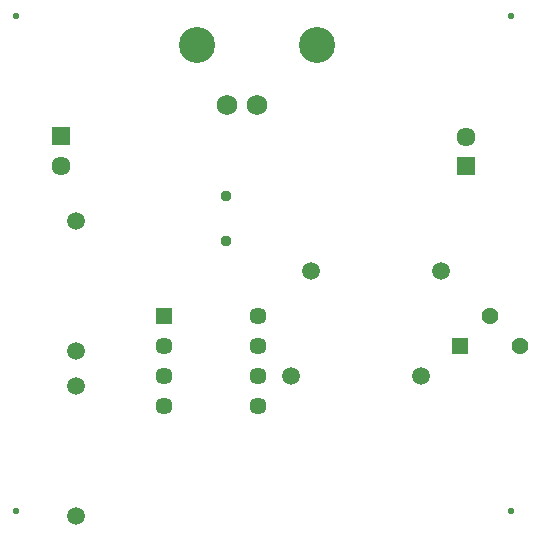
<source format=gbr>
G04 EAGLE Gerber RS-274X export*
G75*
%MOMM*%
%FSLAX34Y34*%
%LPD*%
%INSoldermask Top*%
%IPPOS*%
%AMOC8*
5,1,8,0,0,1.08239X$1,22.5*%
G01*
G04 Define Apertures*
%ADD10C,0.553200*%
%ADD11R,1.451200X1.451200*%
%ADD12C,1.451200*%
%ADD13C,1.511200*%
%ADD14R,1.611200X1.611200*%
%ADD15C,1.611200*%
%ADD16C,1.425200*%
%ADD17R,1.425200X1.425200*%
%ADD18C,1.727200*%
%ADD19C,3.060700*%
%ADD20C,0.959600*%
D10*
X469900Y1016000D03*
X50800Y1016000D03*
X469900Y596900D03*
X50800Y596900D03*
D11*
X176200Y762000D03*
D12*
X176200Y736600D03*
X176200Y711200D03*
X176200Y685800D03*
X255600Y685800D03*
X255600Y711200D03*
X255600Y736600D03*
X255600Y762000D03*
D13*
X101600Y732400D03*
X101600Y842400D03*
X101600Y592700D03*
X101600Y702700D03*
X300600Y800100D03*
X410600Y800100D03*
D14*
X431800Y889000D03*
D15*
X431800Y914000D03*
D13*
X283568Y711200D03*
X393568Y711200D03*
D16*
X477785Y736564D03*
X452385Y761964D03*
D17*
X426985Y736564D03*
D14*
X88900Y914400D03*
D15*
X88900Y889400D03*
D18*
X254460Y940653D03*
X229060Y940653D03*
D19*
X203660Y991453D03*
X305260Y991453D03*
D20*
X228600Y825500D03*
X228600Y863600D03*
M02*

</source>
